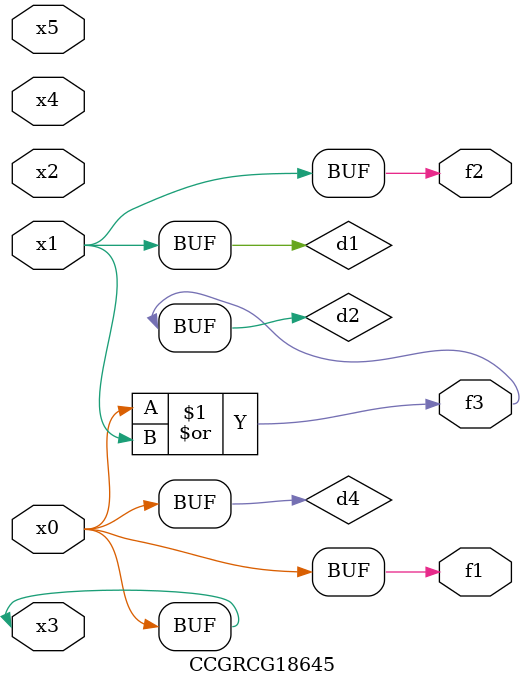
<source format=v>
module CCGRCG18645(
	input x0, x1, x2, x3, x4, x5,
	output f1, f2, f3
);

	wire d1, d2, d3, d4;

	and (d1, x1);
	or (d2, x0, x1);
	nand (d3, x0, x5);
	buf (d4, x0, x3);
	assign f1 = d4;
	assign f2 = d1;
	assign f3 = d2;
endmodule

</source>
